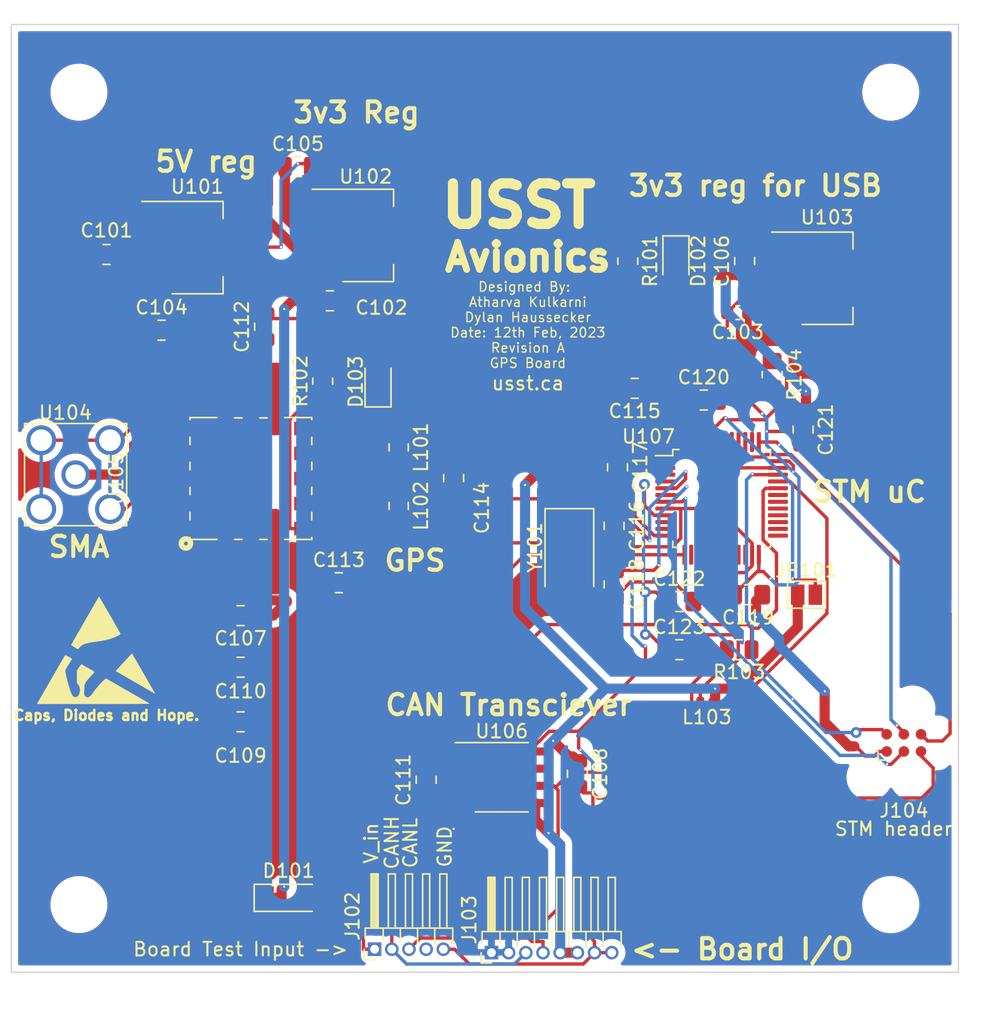
<source format=kicad_pcb>
(kicad_pcb (version 20211014) (generator pcbnew)
  (layers (0 "F.Cu" signal) (31 "B.Cu" signal) (34 "B.Paste" user) (35 "F.Paste" user) (36 "B.SilkS" user "B.Silkscreen") (37 "F.SilkS" user "F.Silkscreen") (38 "B.Mask" user) (39 "F.Mask" user) (44 "Edge.Cuts" user))
  (net 0 "")
  (net 1 "/V_in")
  (net 2 "GND")
  (net 3 "+5V")
  (net 4 "+3.3V")
  (net 5 "+3V3")
  (net 6 "/~{HWR}")
  (net 7 "/STM_RX_GPS_TX")
  (net 8 "/STM_TX_GPS_RX")
  (net 9 "/HSE_OUT")
  (net 10 "/HSE_IN")
  (net 11 "+3.3VA")
  (net 12 "Net-(C115-Pad2)")
  (net 13 "Net-(D102-Pad1)")
  (net 14 "Net-(D103-Pad2)")
  (net 15 "Net-(D101-Pad2)")
  (net 16 "/SWDIO")
  (net 17 "/CANH")
  (net 18 "/CANL")
  (net 20 "/BOOT0")
  (net 21 "/nRESET")
  (net 22 "/SWCLK")
  (net 23 "/FIX")
  (net 24 "/RF_IN")
  (net 25 "/PPS")
  (net 29 "/CAN_TX")
  (net 30 "/CAN_RX")
  (net 31 "/SWO")
  (net 49 "Net-(L101-Pad1)")
  (net 50 "Net-(L102-Pad1)")
  (footprint "Capacitor_SMD:C_0805_2012Metric" (layer "F.Cu") (at 139.446 124.968)
    (fp_text reference "C110")
    (fp_text value "2.2uF")
  )
  (footprint "Capacitor_SMD:C_0805_2012Metric_Pad1.18x1.45mm_HandSolder" (layer "F.Cu") (at 167.0498 118.85 -90)
    (fp_text reference "C118")
    (fp_text value "30p")
  )
  (footprint "Capacitor_SMD:C_0805_2012Metric_Pad1.18x1.45mm_HandSolder" (layer "F.Cu") (at 171.8758 123.676)
    (fp_text reference "C123")
    (fp_text value "100n")
  )
  (footprint "Diode_SMD:D_MiniMELF" (layer "F.Cu") (at 143 142)
    (fp_text reference "D101")
    (fp_text value "BZV55B10")
  )
  (footprint "Jumper:SolderJumper-2_P1.3mm_Open_Pad1.0x1.5mm" (layer "F.Cu") (at 181.2738 119.612)
    (fp_text reference "JP101")
    (fp_text value "SolderJumper_2_Open")
  )
  (footprint "Capacitor_SMD:C_0805_2012Metric_Pad1.18x1.45mm_HandSolder" (layer "F.Cu") (at 171.8758 120.12)
    (fp_text reference "C122")
    (fp_text value "1u")
  )
  (footprint "Capacitor_SMD:C_0805_2012Metric" (layer "F.Cu") (at 139.446 129)
    (fp_text reference "C109")
    (fp_text value "2.2uF")
  )
  (footprint "Package_TO_SOT_SMD:SOT-223" (layer "F.Cu") (at 182.7978 96.244)
    (fp_text reference "U103")
    (fp_text value "AZ1117-3.3")
  )
  (footprint "Capacitor_SMD:C_0805_2012Metric" (layer "F.Cu") (at 129.54 94.488 180)
    (fp_text reference "C101")
    (fp_text value "4.7uF")
  )
  (footprint "Capacitor_SMD:C_0805_2012Metric" (layer "F.Cu") (at 164.338 132.842 -90)
    (fp_text reference "C108")
    (fp_text value "0.1uF")
  )
  (footprint "Inductor_SMD:L_0805_2012Metric_Pad1.15x1.40mm_HandSolder" (layer "F.Cu") (at 151.13 108.736 -90)
    (fp_text reference "L101")
    (fp_text value "47nH")
  )
  (footprint "Package_TO_SOT_SMD:SOT-223" (layer "F.Cu") (at 148.844 93.08)
    (fp_text reference "U102")
    (fp_text value "AZ1117-3.3")
  )
  (footprint "MountingHole:MountingHole_3.2mm_M3" (layer "F.Cu") (at 187.5 142.5)
    (fp_text reference "H3" hide)
    (fp_text value "MountingHole")
  )
  (footprint "Package_QFP:LQFP-48_7x7mm_P0.5mm" (layer "F.Cu") (at 175 112.5)
    (fp_text reference "U107")
    (fp_text value "STM32F103C8T6")
  )
  (footprint "Package_SO:SOIC-8_3.9x4.9mm_P1.27mm" (layer "F.Cu") (at 158.75 133.096)
    (fp_text reference "U106")
    (fp_text value "MCP2562-H-SN")
  )
  (footprint "Capacitor_SMD:C_0805_2012Metric_Pad1.18x1.45mm_HandSolder" (layer "F.Cu") (at 173.6792 105.2356)
    (fp_text reference "C120")
    (fp_text value "100n")
  )
  (footprint "MountingHole:MountingHole_3.2mm_M3" (layer "F.Cu") (at 127.5 142.5)
    (fp_text reference "H2" hide)
    (fp_text value "MountingHole")
  )
  (footprint "Inductor_SMD:L_0402_1005Metric" (layer "F.Cu") (at 173.9078 127.486 180)
    (fp_text reference "L103")
    (fp_text value "27n")
  )
  (footprint "Capacitor_SMD:C_0603_1608Metric" (layer "F.Cu") (at 176.1938 98.784 180)
    (fp_text reference "C103")
    (fp_text value "10uF")
  )
  (footprint "Inductor_SMD:L_0805_2012Metric_Pad1.15x1.40mm_HandSolder" (layer "F.Cu") (at 151.13 113.054 -90)
    (fp_text reference "L102")
    (fp_text value "47nH")
  )
  (footprint "MountingHole:MountingHole_3.2mm_M3" (layer "F.Cu") (at 127.5 82.5)
    (fp_text reference "H1" hide)
    (fp_text value "MountingHole")
  )
  (footprint "Capacitor_SMD:C_0805_2012Metric" (layer "F.Cu") (at 146.7104 118.7272)
    (fp_text reference "C113")
    (fp_text value "22pF")
  )
  (footprint "Capacitor_SMD:C_0805_2012Metric_Pad1.18x1.45mm_HandSolder" (layer "F.Cu") (at 168.5738 104.372 180)
    (fp_text reference "C115")
    (fp_text value "4u7")
  )
  (footprint "Capacitor_SMD:C_0805_2012Metric_Pad1.18x1.45mm_HandSolder" (layer "F.Cu") (at 167.3038 110.214 -90)
    (fp_text reference "C117")
    (fp_text value "100n")
  )
  (footprint "canhw:M10578-A2" (layer "F.Cu") (at 140.208 111.031 90)
    (fp_text reference "U105")
    (fp_text value "M10578-A2")
  )
  (footprint "Resistor_SMD:R_0805_2012Metric_Pad1.20x1.40mm_HandSolder" (layer "F.Cu") (at 145.5166 103.8428 90)
    (fp_text reference "R102")
    (fp_text value "1k")
  )
  (footprint "Crystal:Crystal_SMD_5032-2Pin_5.0x3.2mm" (layer "F.Cu") (at 163.7478 116.31 -90)
    (fp_text reference "Y101")
    (fp_text value "8MHz")
  )
  (footprint "Capacitor_SMD:C_0805_2012Metric" (layer "F.Cu") (at 141.224 99.822 90)
    (fp_text reference "C112")
    (fp_text value "22pF")
  )
  (footprint "Package_TO_SOT_SMD:SOT-223-3_TabPin2" (layer "F.Cu") (at 136.246 93.98)
    (fp_text reference "U101")
    (fp_text value "AP7361C-10E")
  )
  (footprint "MountingHole:MountingHole_3.2mm_M3" (layer "F.Cu") (at 187.5 82.5)
    (fp_text reference "H4" hide)
    (fp_text value "MountingHole")
  )
  (footprint "Connector_PinHeader_1.27mm:PinHeader_1x08_P1.27mm_Horizontal" (layer "F.Cu") (at 157.988 146.05 90)
    (fp_text reference "J103")
    (fp_text value "Conn_01x08_Female")
  )
  (footprint "LED_SMD:LED_0805_2012Metric_Pad1.15x1.40mm_HandSolder" (layer "F.Cu") (at 171.6218 94.974 -90)
    (fp_text reference "D102")
    (fp_text value "GREEN")
  )
  (footprint "Resistor_SMD:R_0805_2012Metric" (layer "F.Cu") (at 168.0658 94.974 -90)
    (fp_text reference "R101")
    (fp_text value "1k5")
  )
  (footprint "Capacitor_SMD:C_0805_2012Metric" (layer "F.Cu") (at 133.604 100.076)
    (fp_text reference "C104")
    (fp_text value "4.7uF")
  )
  (footprint "LED_SMD:LED_0805_2012Metric_Pad1.15x1.40mm_HandSolder" (layer "F.Cu") (at 149.606 103.886 90)
    (fp_text reference "D103")
    (fp_text value "GREEN")
  )
  (footprint "Capacitor_SMD:C_0805_2012Metric_Pad1.18x1.45mm_HandSolder" (layer "F.Cu") (at 181.0198 107.42 -90)
    (fp_text reference "C121")
    (fp_text value "100n")
  )
  (footprint "canhw:connector_SMA_3-1478978-1" (layer "F.Cu") (at 127.254 110.744)
    (fp_text reference "U104")
    (fp_text value "SMA_CONN")
  )
  (footprint "Symbol:ESD-Logo_8.9x8mm_SilkScreen" (layer "F.Cu") (at 128.778 123.698)
    (fp_text reference "REF**" hide)
    (fp_text value "ESD-Logo_8.9x8mm_SilkScreen" hide)
  )
  (footprint "Capacitor_SMD:C_0805_2012Metric" (layer "F.Cu") (at 143.678 88)
    (fp_text reference "C105")
    (fp_text value "22uF")
  )
  (footprint "Capacitor_SMD:C_0805_2012Metric_Pad1.18x1.45mm_HandSolder" (layer "F.Cu") (at 167.0498 114.532 -90)
    (fp_text reference "C116")
    (fp_text value "30p")
  )
  (footprint "Capacitor_SMD:C_0805_2012Metric" (layer "F.Cu") (at 139.446 121.158 180)
    (fp_text reference "C107")
    (fp_text value "22pF")
  )
  (footprint "Connector:Tag-Connect_TC2030-IDC-FP_2x03_P1.27mm_Vertical" (layer "F.Cu") (at 188.468 130.556)
    (fp_text reference "J104")
    (fp_text value "Conn_01x06_Female")
  )
  (footprint "Resistor_SMD:R_0805_2012Metric" (layer "F.Cu") (at 176.2973 123.676 180)
    (fp_text reference "R103")
    (fp_text value "120")
  )
  (footprint "Capacitor_SMD:C_0805_2012Metric" (layer "F.Cu") (at 176.7018 94.974 90)
    (fp_text reference "C106")
    (fp_text value "22uF")
  )
  (footprint "Capacitor_SMD:C_0805_2012Metric" (layer "F.Cu") (at 146.05 97.906)
    (fp_text reference "C102")
    (fp_text value "10uF")
  )
  (footprint "Resistor_SMD:R_0805_2012Metric_Pad1.20x1.40mm_HandSolder" (layer "F.Cu") (at 178.7338 103.356 -90)
    (fp_text reference "R104")
    (fp_text value "10k")
  )
  (footprint "Capacitor_SMD:C_0805_2012Metric" (layer "F.Cu") (at 155.194 110.998 -90)
    (fp_text reference "C114")
    (fp_text value "22pF")
  )
  (footprint "Connector_PinHeader_1.27mm:PinHeader_1x05_P1.27mm_Horizontal" (layer "F.Cu") (at 149.352 145.796 90)
    (fp_text reference "J102")
    (fp_text value "Conn_01x05")
  )
  (footprint "Capacitor_SMD:C_0805_2012Metric_Pad1.18x1.45mm_HandSolder" (layer "F.Cu") (at 176.9558 119.612 180)
    (fp_text reference "C119")
    (fp_text value "100n")
  )
  (footprint "Capacitor_SMD:C_0805_2012Metric" (layer "F.Cu") (at 153.162 133.284 90)
    (fp_text reference "C111")
    (fp_text value "0.1uF")
  )
  (gr_line (start 192.5 77.5) (end 122.5 77.5) (layer "Edge.Cuts") (width 0.1))
  (gr_line (start 122.5 147.5) (end 192.5 147.5) (layer "Edge.Cuts") (width 0.1))
  (gr_line (start 122.5 77.5) (end 122.5 147.5) (layer "Edge.Cuts") (width 0.1))
  (gr_line (start 192.5 147.5) (end 192.5 77.5) (layer "Edge.Cuts") (width 0.1))
  (gr_text "Board Test Input ->\n" (at 139.446 145.796) (layer "F.SilkS") (effects (font (size 1 1))))
  (gr_text "GND" (at 154.5336 138.2184 90) (layer "F.SilkS") (effects (font (size 1 1))))
  (gr_text "Caps, Diodes and Hope." (at 129.54 128.524) (layer "F.SilkS") (effects (font (size 0.75 0.75) (thickness 0.1875))))
  (gr_text "usst.ca" (at 160.6804 104) (layer "F.SilkS") (effects (font (size 1 1))))
  (gr_text "CANL" (at 151.9936 137.9474 90) (layer "F.SilkS") (effects (font (size 1 1))))
  (gr_text "STM uC" (at 185.928 112.014) (layer "F.SilkS") (effects (font (size 1.5 1.5) (thickness 0.3))))
  (gr_text "V_in" (at 149.098 137.9644 90) (layer "F.SilkS") (effects (font (size 1 1))))
  (gr_text "USST" (at 160 90.8812) (layer "F.SilkS") (effects (font (size 3 3) (thickness 0.75))))
  (gr_text "Avionics" (at 160.6804 94.6912) (layer "F.SilkS") (effects (font (size 2 2) (thickness 0.5))))
  (gr_text "CANH" (at 150.622 137.922 90) (layer "F.SilkS") (effects (font (size 1 1))))
  (gr_text "CAN Transciever" (at 159.258 127.762) (layer "F.SilkS") (effects (font (size 1.5 1.5) (thickness 0.3))))
  (gr_text "Designed By: \nAtharva Kulkarni\nDylan Haussecker\nDate: 12th Feb, 2023\nRevision A\nGPS Board" (at 160.6804 99.6912) (layer "F.SilkS") (effects (font (size 0.7 0.7) (thickness 0.1))))
  (gr_text "<- Board I/O" (at 176.53 145.796) (layer "F.SilkS") (effects (font (size 1.5 1.5) (thickness 0.3))))
  (gr_text "SMA\n" (at 127.508 116.078) (layer "F.SilkS") (effects (font (size 1.5 1.5) (thickness 0.3))))
  (gr_text "3v3 reg for USB\n" (at 177.5 89.408) (layer "F.SilkS") (effects (font (size 1.5 1.5) (thickness 0.3))))
  (gr_text "GPS " (at 152.908 117.094) (layer "F.SilkS") (effects (font (size 1.5 1.5) (thickness 0.3))))
  (gr_text "3v3 Reg" (at 148.0058 84) (layer "F.SilkS") (effects (font (size 1.5 1.5) (thickness 0.3))))
  (gr_text "STM header\n" (at 187.706 136.906) (layer "F.SilkS") (effects (font (size 1 1))))
  (gr_text "5V reg\n" (at 136.906 87.63) (layer "F.SilkS") (effects (font (size 1.5 1.5) (thickness 0.3))))
  (segment (start 140.486 91.0034) (end 133.7726 91.0034) (width 0.75) (layer "F.Cu") (net 1))
  (segment (start 127.4806 95.2885) (end 128.0028 95.8107) (width 0.75) (layer "F.Cu") (net 1))
  (segment (start 145.1 97.906) (end 145.1 97.2993) (width 0.75) (layer "F.Cu") (net 1))
  (segment (start 127.4806 93.6708) (end 127.4806 95.2885) (width 0.75) (layer "F.Cu") (net 1))
  (segment (start 143.285 97.906) (end 142.6704 98.5206) (width 0.75) (layer "F.Cu") (net 1))
  (segment (start 145.694 95.38) (end 144.1187 95.38) (width 0.75) (layer "F.Cu") (net 1))
  (segment (start 133.096 91.68) (end 129.4714 91.68) (width 0.75) (layer "F.Cu") (net 1))
  (segment (start 142.6704 141.1728) (end 142.4753 141.3679) (width 0.75) (layer "F.Cu") (net 1))
  (segment (start 144.1187 94.6361) (end 140.486 91.0034) (width 0.75) (layer "F.Cu") (net 1))
  (segment (start 128.0028 95.8107) (end 129.1673 95.8107) (width 0.75) (layer "F.Cu") (net 1))
  (segment (start 141.25 142) (end 142.4753 142) (width 0.75) (layer "F.Cu") (net 1))
  (segment (start 129.4714 91.68) (end 127.4806 93.6708) (width 0.75) (layer "F.Cu") (net 1))
  (segment (start 145.1 97.2993) (end 145.694 96.7053) (width 0.75) (layer "F.Cu") (net 1))
  (segment (start 142.4753 141.3679) (end 142.4753 142) (width 0.75) (layer "F.Cu") (net 1))
  (segment (start 129.1673 95.8107) (end 130.49 94.488) (width 0.75) (layer "F.Cu") (net 1))
  (segment (start 133.7726 91.0034) (end 133.096 91.68) (width 0.75) (layer "F.Cu") (net 1))
  (segment (start 144.1187 95.38) (end 144.1187 94.6361) (width 0.75) (layer "F.Cu") (net 1))
  (segment (start 145.694 95.38) (end 145.694 96.7053) (width 0.75) (layer "F.Cu") (net 1))
  (segment (start 145.1 97.906) (end 143.285 97.906) (width 0.75) (layer "F.Cu") (net 1))
  (via (at 142.6704 141.1728) (size 0.16) (drill 0.8) (layers "F.Cu" "B.Cu") (net 1))
  (via (at 142.6704 98.5206) (size 0.16) (drill 0.8) (layers "F.Cu" "B.Cu") (net 1))
  (segment (start 142.6704 98.5206) (end 142.6704 141.1728) (width 0.75) (layer "B.Cu") (net 1))
  (segment (start 148.4148 118.7272) (end 147.6604 118.7272) (width 0.25) (layer "F.Cu") (net 2))
  (segment (start 135.3213 91.7547) (end 139.396 91.7547) (width 0.25) (layer "F.Cu") (net 2))
  (segment (start 140.473 93.9443) (end 142.4365 93.9443) (width 0.25) (layer "F.Cu") (net 2))
  (segment (start 156.275 132.461) (end 156.919 131.817) (width 0.25) (layer "F.Cu") (net 2))
  (segment (start 144.4569 103.4719) (end 144.4569 99.2209) (width 0.25) (layer "F.Cu") (net 2))
  (segment (start 176.7018 94.024) (end 178.2425 94.024) (width 0.25) (layer "F.Cu") (net 2))
  (segment (start 167.0498 119.8875) (end 168.2641 118.6732) (width 0.25) (layer "F.Cu") (net 2))
  (segment (start 160.599 131.817) (end 161.225 131.191) (width 0.25) (layer "F.Cu") (net 2))
  (segment (start 171.8216 124.7677) (end 172.9133 123.676) (width 0.25) (layer "F.Cu") (net 2))
  (segment (start 144.8278 103.8428) (end 144.4569 103.4719) (width 0.25) (layer "F.Cu") (net 2))
  (segment (start 180.8187 97.3458) (end 176.857 97.3458) (width 0.25) (layer "F.Cu") (net 2))
  (segment (start 165.8618 134.6274) (end 165.4856 134.2512) (width 0.25) (layer "F.Cu") (net 2))
  (segment (start 145.6851 99.2209) (end 147 97.906) (width 0.25) (layer "F.Cu") (net 2))
  (segment (start 155.2573 145.796) (end 156.348 146.8867) (width 0.25) (layer "F.Cu") (net 2))
  (segment (start 134.333 114.731) (end 137.3333 114.731) (width 0.25) (layer "F.Cu") (net 2))
  (segment (start 132.8329 112.881) (end 131.3327 112.881) (width 0.25) (layer "F.Cu") (net 2))
  (segment (start 165.4856 134.2512) (end 165.4856 145.1023) (width 0.25) (layer "F.Cu") (net 2))
  (segment (start 152.1735 108.3054) (end 152.1735 107.1335) (width 0.25) (layer "F.Cu") (net 2))
  (segment (start 190.6346 133.778) (end 189.7852 134.6274) (width 0.25) (layer "F.Cu") (net 2))
  (segment (start 179.6478 93.944) (end 179.6478 95.0193) (width 0.25) (layer "F.Cu") (net 2))
  (segment (start 173.8485 113.25) (end 174.6879 113.25) (width 0.25) (layer "F.Cu") (net 2))
  (segment (start 132.4605 107.331) (end 131.3327 108.4588) (width 0.25) (layer "F.Cu") (net 2))
  (segment (start 178.2425 94.024) (end 178.3225 93.944) (width 0.25) (layer "F.Cu") (net 2))
  (segment (start 168.2641 118.6732) (end 168.3792 118.6732) (width 0.25) (layer "F.Cu") (net 2))
  (segment (start 138.358 115.4058) (end 138.358 113.9057) (width 0.25) (layer "F.Cu") (net 2))
  (segment (start 180.7231 95.0193) (end 180.9732 95.2694) (width 0.25) (layer "F.Cu") (net 2))
  (segment (start 179.1569 110.2444) (end 173.8541 110.2444) (width 0.25) (layer "F.Cu") (net 2))
  (segment (start 156.919 131.817) (end 160.599 131.817) (width 0.25) (layer "F.Cu") (net 2))
  (segment (start 131.3327 114.0088) (end 131.3327 114.731) (width 0.25) (layer "F.Cu") (net 2))
  (segment (start 167.0498 115.5695) (end 166.8339 115.7854) (width 0.25) (layer "F.Cu") (net 2))
  (segment (start 164.338 133.792) (end 164.7972 134.2512) (width 0.25) (layer "F.Cu") (net 2))
  (segment (start 132.4605 112.881) (end 131.3327 114.0088) (width 0.25) (layer "F.Cu") (net 2))
  (segment (start 133.096 93.4423) (end 133.0413 93.3876) (width 0.25) (layer "F.Cu") (net 2))
  (segment (start 138.496 129) (end 138.496 124.968) (width 0.25) (layer "F.Cu") (net 2))
  (segment (start 139.396 98.872) (end 141.224 98.872) (width 0.25) (layer "F.Cu") (net 2))
  (segment (start 171.9777 115.4441) (end 171.9777 113.25) (width 0.25) (layer "F.Cu") (net 2))
  (segment (start 130.9297 113.284) (end 131.3327 112.881) (width 0.25) (layer "F.Cu") (net 2))
  (segment (start 149.951 104.911) (end 149.606 104.911) (width 0.25) (layer "F.Cu") (net 2))
  (segment (start 150.0789 110.3125) (end 150.0789 109.1858) (width 0.25) (layer "F.Cu") (net 2))
  (segment (start 138.358 113.9057) (end 137.6427 113.9057) (width 0.25) (layer "F.Cu") (net 2))
  (segment (start 156.148 132.334) (end 156.275 132.461) (width 0.25) (layer "F.Cu") (net 2))
  (segment (start 139.396 98.872) (end 139.396 93.98) (width 0.25) (layer "F.Cu") (net 2))
  (segment (start 171.9777 113.25) (end 173.8485 113.25) (width 0.25) (layer "F.Cu") (net 2))
  (segment (start 155.194 111.948) (end 154.14 110.894) (width 0.25) (layer "F.Cu") (net 2))
  (segment (start 179.6478 95.0193) (end 180.7231 95.0193) (width 0.25) (layer "F.Cu") (net 2))
  (segment (start 168.0658 95.8865) (end 169.0519 94.9004) (width 0.25) (layer "F.Cu") (net 2))
  (segment (start 179.0978 93.944) (end 178.3225 93.944) (width 0.25) (layer "F.Cu") (net 2))
  (segment (start 145.694 90.78) (end 162.9593 90.78) (width 0.25) (layer "F.Cu") (net 2))
  (segment (start 138.358 115.4058) (end 138.358 116.906) (width 0.25) (layer "F.Cu") (net 2))
  (segment (start 177.25 116.6625) (end 177.25 117.4754) (width 0.25) (layer "F.Cu") (net 2))
  (segment (start 151.7429 108.736) (end 152.1735 108.3054) (width 0.25) (layer "F.Cu") (net 2))
  (segment (start 177.25 117.4754) (end 176.7416 117.9838) (width 0.25) (layer "F.Cu") (net 2))
  (segment (start 189.738 131.5148) (end 190.6346 132.4114) (width 0.25) (layer "F.Cu") (net 2))
  (segment (start 138.358 116.906) (end 138.358 121.02) (width 0.25) (layer "F.Cu") (net 2))
  (segment (start 169.368 124.7677) (end 171.8216 124.7677) (width 0.25) (layer "F.Cu") (net 2))
  (segment (start 169.368 124.7677) (end 169.368 123.4066) (width 0.25) (layer "F.Cu") (net 2))
  (segment (start 134.333 109.181) (end 131.3327 109.181) (width 0.25) (layer "F.Cu") (net 2))
  (segment (start 171.4665 118.6732) (end 172.9133 120.12) (width 0.25) (layer "F.Cu") (net 2))
  (segment (start 153.162 132.334) (end 156.148 132.334) (width 0.25) (layer "F.Cu") (net 2))
  (segment (start 173.8485 110.25) (end 173.8485 113.25) (width 0.25) (layer "F.Cu") (net 2))
  (segment (start 145.694 89.066) (end 145.694 90.78) (width 0.25) (layer "F.Cu") (net 2))
  (segment (start 152.1735 107.1335) (end 149.951 104.911) (width 0.25) (layer "F.Cu") (net 2))
  (segment (start 136.975 101.293) (end 137.3333 101.6513) (width 0.25) (layer "F.Cu") (net 2))
  (segment (start 132.8329 112.881) (end 132.4605 112.881) (width 0.25) (layer "F.Cu") (net 2))
  (segment (start 167.5521 116.0718) (end 171.35 116.0718) (width 0.25) (layer "F.Cu") (net 2))
  (segment (start 161.225 131.191) (end 161.225 130.7368) (width 0.25) (layer "F.Cu") (net 2))
  (segment (start 189.7852 134.6274) (end 165.8618 134.6274) (width 0.25) (layer "F.Cu") (net 2))
  (segment (start 155.194 111.948) (end 148.4148 118.7272) (width 0.25) (layer "F.Cu") (net 2))
  (segment (start 139.396 92.8673) (end 139.396 91.7547) (width 0.25) (layer "F.Cu") (net 2))
  (segment (start 134.333 107.331) (end 137.3333 107.331) (width 0.25) (layer "F.Cu") (net 2))
  (segment (start 130.4597 108.204) (end 131.3327 107.331) (width 0.25) (layer "F.Cu") (net 2))
  (segment (start 170.8375 113.25) (end 171.9777 113.25) (width 0.25) (layer "F.Cu") (net 2))
  (segment (start 150.5287 108.736) (end 151.7429 108.736) (width 0.25) (layer "F.Cu") (net 2))
  (segment (start 164.7713 146.8867) (end 165.608 146.05) (width 0.25) (layer "F.Cu") (net 2))
  (segment (start 131.3327 108.4588) (end 131.3327 109.181) (width 0.25) (layer "F.Cu") (net 2))
  (segment (start 144.4569 99.2209) (end 145.6851 99.2209) (width 0.25) (layer "F.Cu") (net 2))
  (segment (start 134.333 114.731) (end 131.3327 114.731) (width 0.25) (layer "F.Cu") (net 2))
  (segment (start 134.333 112.881) (end 132.8329 112.881) (width 0.25) (layer "F.Cu") (net 2))
  (segment (start 139.396 92.8673) (end 140.473 93.9443) (width 0.25) (layer "F.Cu") (net 2))
  (segment (start 162.2612 129.7006) (end 164.4351 129.7006) (width 0.25) (layer "F.Cu") (net 2))
  (segment (start 167.0498 115.5695) (end 167.5521 116.0718) (width 0.25) (layer "F.Cu") (net 2))
  (segment (start 165.4856 145.1023) (end 165.608 145.2247) (width 0.25) (layer "F.Cu") (net 2))
  (segment (start 169.0519 94.9004) (end 175.8254 94.9004) (width 0.25) (layer "F.Cu") (net 2))
  (segment (start 159.0314 115.7854) (end 155.194 111.948) (width 0.25) (layer "F.Cu") (net 2))
  (segment (start 162.9593 90.78) (end 168.0658 95.8865) (width 0.25) (layer "F.Cu") (net 2))
  (segment (start 179.1625 110.25) (end 179.1569 110.2444) (width 0.25) (layer "F.Cu") (net 2))
  (segment (start 175.0495 117.9838) (end 172.9133 120.12) (width 0.25) (layer "F.Cu") (net 2))
  (segment (start 175.8254 94.9004) (end 176.7018 94.024) (width 0.25) (layer "F.Cu") (net 2))
  (segment (start 134.1713 92.9047) (end 135.3213 91.7547) (width 0.25) (layer "F.Cu") (net 2))
  (segment (start 134.554 100.076) (end 135.758 100.076) (width 0.25) (layer "F.Cu") (net 2))
  (segment (start 141.224 98.872) (end 141.5729 99.2209) (width 0.25) (layer "F.Cu") (net 2))
  (segment (start 136.975 101.293) (end 139.396 98.872) (width 0.25) (layer "F.Cu") (net 2))
  (segment (start 150.0789 109.1858) (end 150.5287 108.736) (width 0.25) (layer "F.Cu") (net 2))
  (segment (start 175.4188 98.784) (end 175.4188 101.041) (width 0.25) (layer "F.Cu") (net 2))
  (segment (start 172.75 109.1515) (end 173.8485 110.25) (width 0.25) (layer "F.Cu") (net 2))
  (segment (start 150.6604 110.894) (end 150.0789 110.3125) (width 0.25) (layer "F.Cu") (net 2))
  (segment (start 137.3333 101.6513) (end 137.3333 107.331) (width 0.25) (layer "F.Cu") (net 2))
  (segment (start 143.678 87.7776) (end 144.4056 87.7776) (width 0.25) (layer "F.Cu") (net 2))
  (segment (start 180.9732 95.2694) (end 180.9732 97.1913) (width 0.25) (layer "F.Cu") (net 2))
  (segment (start 148.5378 103.8428) (end 144.8278 103.8428) (width 0.25) (layer "F.Cu") (net 2))
  (segment (start 173.8541 110.2444) (end 173.8485 110.25) (width 0.25) (layer "F.Cu") (net 2))
  (segment (start 168.3792 118.4311) (end 168.3792 118.6732) (width 0.25) (layer "F.Cu") (net 2))
  (segment (start 164.4351 130.9333) (end 164.5673 131.0655) (width 0.25) (layer "F.Cu") (net 2))
  (segment (start 144.628 88) (end 145.694 89.066) (width 0.25) (layer "F.Cu") (net 2))
  (segment (start 133.0413 93.3876) (end 129.6904 93.3876) (width 0.25) (layer "F.Cu") (net 2))
  (segment (start 156.348 146.8867) (end 164.7713 146.8867) (width 0.25) (layer "F.Cu") (net 2))
  (segment (start 132.8329 107.331) (end 132.4605 107.331) (width 0.25) (layer "F.Cu") (net 2))
  (segment (start 176.7416 117.9838) (end 175.0495 117.9838) (width 0.25) (layer "F.Cu") (net 2))
  (segment (start 149.606 104.911) (end 148.5378 103.8428) (width 0.25) (layer "F.Cu") (net 2))
  (segment (start 129.6904 93.3876) (end 128.59 94.488) (width 0.25) (layer "F.Cu") (net 2))
  (segment (start 133.096 92.9047) (end 134.1713 92.9047) (width 0.25) (layer "F.Cu") (net 2))
  (segment (start 133.096 93.4423) (end 133.096 92.9047) (width 0.25) (layer "F.Cu") (net 2))
  (segment (start 129.794 108.204) (end 130.4597 108.204) (width 0.25) (layer "F.Cu") (net 2))
  (segment (start 138.496 121.158) (end 138.496 124.968) (width 0.25) (layer "F.Cu") (net 2))
  (segment (start 164.4351 129.7006) (end 164.4351 130.9333) (width 0.25) (layer "F.Cu") (net 2))
  (segment (start 164.7972 134.2512) (end 165.4856 134.2512) (width 0.25) (layer "F.Cu") (net 2))
  (segment (start 175.4188 101.041) (end 178.7338 104.356) (width 0.25) (layer "F.Cu") (net 2))
  (segment (start 138.358 121.02) (end 138.496 121.158) (width 0.25) (layer "F.Cu") (net 2))
  (segment (start 164.4351 129.7006) (end 169.368 124.7677) (width 0.25) (layer "F.Cu") (net 2))
  (segment (start 190.6346 132.4114) (end 190.6346 133.778) (width 0.25) (layer "F.Cu") (net 2))
  (segment (start 124.714 108.204) (end 129.794 108.204) (width 0.25) (layer "F.Cu") (net 2))
  (segment (start 166.8339 115.7854) (end 159.0314 115.7854) (width 0.25) (layer "F.Cu") (net 2))
  (segment (start 165.608 146.05) (end 165.608 145.2247) (width 0.25) (layer "F.Cu") (net 2))
  (segment (start 189.738 131.191) (end 189.738 131.5148) (width 0.25) (layer "F.Cu") (net 2))
  (segment (start 141.5729 99.2209) (end 144.4569 99.2209) (width 0.25) (layer "F.Cu") (net 2))
  (segment (start 168.3792 118.6732) (end 171.4665 118.6732) (width 0.25) (layer "F.Cu") (net 2))
  (segment (start 129.794 113.284) (end 130.9297 113.284) (width 0.25) (layer "F.Cu") (net 2))
  (segment (start 133.096 93.98) (end 133.096 93.4423) (width 0.25) (layer "F.Cu") (net 2))
  (segment (start 154.14 110.894) (end 150.6604 110.894) (width 0.25) (layer "F.Cu") (net 2))
  (segment (start 135.758 100.076) (end 136.975 101.293) (width 0.25) (layer "F.Cu") (net 2))
  (segment (start 161.225 130.7368) (end 162.2612 129.7006) (width 0.25) (layer "F.Cu") (net 2))
  (segment (start 139.396 93.98) (end 139.396 92.8673) (width 0.25) (layer "F.Cu") (net 2))
  (segment (start 174.6879 113.25) (end 177.25 115.8121) (width 0.25) (layer "F.Cu") (net 2))
  (segment (start 172.75 108.3375) (end 172.75 109.1515) (width 0.25) (layer "F.Cu") (net 2))
  (segment (start 180.9732 97.1913) (end 180.8187 97.3458) (width 0.25) (layer "F.Cu") (net 2))
  (segment (start 176.857 97.3458) (end 175.4188 98.784) (width 0.25) (layer "F.Cu") (net 2))
  (segment (start 134.333 107.331) (end 132.8329 107.331) (width 0.25) (layer "F.Cu") (net 2))
  (segment (start 137.3333 114.2151) (end 137.3333 114.731) (width 0.25) (layer "F.Cu") (net 2))
  (segment (start 166.878 146.05) (end 165.608 146.05) (width 0.25) (layer "F.Cu") (net 2))
  (segment (start 137.6427 113.9057) (end 137.3333 114.2151) (width 0.25) (layer "F.Cu") (net 2))
  (segment (start 171.35 116.0718) (end 171.9777 115.4441) (width 0.25) (layer "F.Cu") (net 2))
  (segment (start 144.4056 87.7776) (end 144.628 88) (width 0.25) (layer "F.Cu") (net 2))
  (segment (start 132.8329 107.331) (end 131.3327 107.331) (width 0.25) (layer "F.Cu") (net 2))
  (segment (start 154.432 145.796) (end 155.2573 145.796) (width 0.25) (layer "F.Cu") (net 2))
  (segment (start 179.0978 93.944) (end 179.6478 93.944) (width 0.25) (layer "F.Cu") (net 2))
  (segment (start 177.25 115.8121) (end 177.25 116.6625) (width 0.25) (layer "F.Cu") (net 2))
  (via (at 143.678 87.7776) (size 0.16) (drill 0.8) (layers "F.Cu" "B.Cu") (net 2))
  (via (at 165.4856 134.2512) (size 0.16) (drill 0.8) (layers "F.Cu" "B.Cu") (net 2))
  (via (at 168.3792 118.4311) (size 0.16) (drill 0.8) (layers "F.Cu" "B.Cu") (net 2))
  (via (at 142.4365 93.9443) (size 0.16) (drill 0.8) (layers "F.Cu" "B.Cu") (net 2))
  (via (at 164.5673 131.0655) (size 0.16) (drill 0.8) (layers "F.Cu" "B.Cu") (net 2))
  (via (at 169.368 123.4066) (size 0.16) (drill 0.8) (layers "F.Cu" "B.Cu") (net 2))
  (segment (start 142.4365 93.9443) (end 142.4365 89.0191) (width 0.25) (layer "B.Cu") (net 2))
  (segment (start 164.5673 131.0655) (end 165.4856 131.9838) (width 0.25) (layer "B.Cu") (net 2))
  (segment (start 168.3792 122.6229) (end 168.3792 118.4311) (width 0.25) (layer "B.Cu") (net 2))
  (segment (start 142.4365 89.0191) (end 143.678 87.7776) (width 0.25) (layer "B.Cu") (net 2))
  (segment (start 124.714 108.204) (end 124.714 113.284) (width 0.25) (layer "B.Cu") (net 2))
  (segment (start 165.4856 131.9838) (end 165.4856 134.2512) (width 0.25) (layer "B.Cu") (net 2))
  (segment (start 169.1629 123.4066) (end 168.3792 122.6229) (width 0.25) (layer "B.Cu") (net 2))
  (segment (start 129.794 108.204) (end 129.794 113.284) (width 0.25) (layer "B.Cu") (net 2))
  (segment (start 169.368 123.4066) (end 169.1629 123.4066) (width 0.25) (layer "B.Cu") (net 2))
  (segment (start 154.554 134.234) (end 155.772 134.234) (width 0.25) (layer "F.Cu") (net 3))
  (segment (start 153.162 134.234) (end 154.554 134.234) (width 0.25) (layer "F.Cu") (net 3))
  (segment (start 155.772 134.234) (end 156.275 133.731) (width 0.25) (layer "F.Cu") (net 3))
  (segment (start 154.554 136.266) (end 155.194 136.906) (width 0.25) (layer "F.Cu") (net 3))
  (segment (start 154.554 134.234) (end 154.554 136.266) (width 0.25) (layer "F.Cu") (net 3))
  (via (at 155.194 136.906) (size 0.16) (drill 0.8) (layers "F.Cu" "B.Cu") (net 3))
  (segment (start 157.988 139.7) (end 157.988 146.05) (width 0.25) (layer "B.Cu") (net 3))
  (segment (start 155.194 136.906) (end 157.988 139.7) (width 0.25) (layer "B.Cu") (net 3))
  (segment (start 179.6478 96.244) (end 178.0725 96.244) (width 0.75) (layer "F.Cu") (net 4))
  (segment (start 174.5199 127.3589) (end 174.3928 127.486) (width 0.75) (layer "F.Cu") (net 4))
  (segment (start 171.6218 95.999) (end 175.3008 95.999) (width 0.75) (layer "F.Cu") (net 4))
  (segment (start 182.626 126.746) (end 182.614066 126.757934) (width 0.75) (layer "F.Cu") (net 4))
  (segment (start 166.3681 108.5354) (end 163.4422 108.5354) (width 0.75) (layer "F.Cu") (net 4))
  (segment (start 176.7018 95.924) (end 177.7525 95.924) (width 0.75) (layer "F.Cu") (net 4))
  (segment (start 182.614066 129.020066) (end 184.404 130.81) (width 0.75) (layer "F.Cu") (net 4))
  (segment (start 166.3681 103.5588) (end 166.8563 103.0706) (width 0.75) (layer "F.Cu") (net 4))
  (segment (start 145.694 93.08) (end 147.2759 93.08) (width 0.75) (layer "F.Cu") (net 4))
  (segment (start 174.5199 126.5487) (end 174.5199 127.3589) (width 0.75) (layer "F.Cu") (net 4))
  (segment (start 170.5924 97.0284) (end 171.6218 95.999) (width 0.75) (layer "F.Cu") (net 4))
  (segment (start 177.7525 95.924) (end 178.0725 96.244) (width 0.75) (layer "F.Cu") (net 4))
  (segment (start 164.0104 131.5644) (end 164.0104 131.5643) (width 0.75) (layer "F.Cu") (net 4))
  (segment (start 161.225 135.001) (end 161.225 136.23) (width 0.75) (layer "F.Cu") (net 4))
  (segment (start 186.298676 131.533549) (end 186.641225 131.191) (width 0.25) (layer "F.Cu") (net 4))
  (segment (start 181.2336 106.1687) (end 181.2336 104.5872) (width 0.75) (layer "F.Cu") (net 4))
  (segment (start 166.8563 103.0706) (end 169.6113 103.0706) (width 0.75) (layer "F.Cu") (net 4))
  (segment (start 179.2528 123.3712) (end 180.6238 122.0002) (width 0.75) (layer "F.Cu") (net 4))
  (segment (start 169.6113 104.372) (end 171.7781 104.372) (width 0.75) (layer "F.Cu") (net 4))
  (segment (start 142.728 91.6893) (end 144.1187 93.08) (width 0.75) (layer "F.Cu") (net 4))
  (segment (start 175.3008 96.6768) (end 175.3008 95.999) (width 0.75) (layer "F.Cu") (net 4))
  (segment (start 163.7147 131.5643) (end 162.5513 130.4009) (width 0.75) (layer "F.Cu") (net 4))
  (segment (start 184.912 130.81) (end 185.635549 131.533549) (width 0.25) (layer "F.Cu") (net 4))
  (segment (start 164.338 131.892) (end 164.0104 131.5644) (width 0.75) (layer "F.Cu") (net 4))
  (segment (start 166.6627 108.5354) (end 166.3681 108.5354) (width 0.75) (layer "F.Cu") (net 4))
  (segment (start 179.2528 123.3712) (end 179.2528 123.5218) (width 0.75) (layer "F.Cu") (net 4))
  (segment (start 171.7781 104.372) (end 172.6417 105.2356) (width 0.75) (layer "F.Cu") (net 4))
  (segment (start 176.2259 126.5487) (end 174.5199 126.5487) (width 0.75) (layer "F.Cu") (net 4))
  (segment (start 184.808199 130.81) (end 184.912 130.81) (width 0.25) (layer "F.Cu") (net 4))
  (segment (start 169.6113 97.0284) (end 170.5924 97.0284) (width 0.75) (layer "F.Cu") (net 4))
  (segment (start 176.6268 95.999) (end 176.7018 95.924) (width 0.75) (layer "F.Cu") (net 4))
  (segment (start 164.338 146.05) (end 163.068 146.05) (width 0.75) (layer "F.Cu") (net 4))
  (segment (start 182.614066 126.757934) (end 182.614066 129.020066) (width 0.75) (layer "F.Cu") (net 4))
  (segment (start 166.3681 108.5354) (end 166.3681 103.5588) (width 0.75) (layer "F.Cu") (net 4))
  (segment (start 177.5419 120.0634) (end 177.5419 121.2617) (width 0.75) (layer "F.Cu") (net 4))
  (segment (start 180.6238 122.0002) (end 180.6238 119.612) (width 0.75) (layer "F.Cu") (net 4))
  (segment (start 184.404 130.81) (end 184.808199 130.81) (width 0.75) (layer "F.Cu") (net 4))
  (segment (start 163.4422 108.5354) (end 160.4688 111.5088) (width 0.75) (layer "F.Cu") (net 4))
  (segment (start 142.728 88) (end 142.728 91.6893) (width 0.75) (layer "F.Cu") (net 4))
  (segment (start 181.0198 106.3825) (end 181.2336 106.1687) (width 0.75) (layer "F.Cu") (net 4))
  (segment (start 147.2759 93.08) (end 151.2243 97.0284) (width 0.75) (layer "F.Cu") (net 4))
  (segment (start 167.3038 109.1765) (end 166.6627 108.5354) (width 0.75) (layer "F.Cu") (net 4))
  (segment (start 161.225 136.23) (end 162.2126 137.2176) (width 0.75) (layer "F.Cu") (net 4))
  (segment (start 144.9064 93.08) (end 145.694 93.08) (width 0.75) (layer "F.Cu") (net 4))
  (segment (start 144.9064 93.08) (end 144.1187 93.08) (width 0.75) (layer "F.Cu") (net 4))
  (segment (start 179.2528 123.5218) (end 176.2259 126.5487) (width 0.75) (layer "F.Cu") (net 4))
  (segment (start 169.6113 103.0706) (end 169.6113 104.372) (width 0.75) (layer "F.Cu") (net 4))
  (segment (start 185.635549 131.533549) (end 186.298676 131.533549) (width 0.25) (layer "F.Cu") (net 4))
  (segment (start 186.641225 131.191) (end 187.198 131.191) (width 0.25) (layer "F.Cu") (net 4))
  (segment (start 151.2243 97.0284) (end 169.6113 97.0284) (width 0.75) (layer "F.Cu") (net 4))
  (segment (start 177.9933 119.612) (end 177.5419 120.0634) (width 0.75) (layer "F.Cu") (net 4))
  (segment (start 175.3008 95.999) (end 176.6268 95.999) (width 0.75) (layer "F.Cu") (net 4))
  (segment (start 169.6113 97.0284) (end 169.6113 103.0706) (width 0.75) (layer "F.Cu") (net 4))
  (segment (start 164.0104 131.5643) (end 163.7147 131.5643) (width 0.75) (layer "F.Cu") (net 4))
  (via (at 175.3008 96.6768) (size 0.16) (drill 0.8) (layers "F.Cu" "B.Cu") (net 4))
  (via (at 174.5199 126.5487) (size 0.16) (drill 0.8) (layers "F.Cu" "B.Cu") (net 4))
  (via (at 182.626 126.746) (size 0.16) (drill 0.8) (layers "F.Cu" "B.Cu") (net 4))
  (via (at 162.5513 130.4009) (size 0.16) (drill 0.8) (layers "F.Cu" "B.Cu") (net 4))
  (via (at 181.2336 104.5872) (size 0.16) (drill 0.8) (layers "F.Cu" "B.Cu") (net 4))
  (via (at 177.5419 121.2617) (size 0.16) (drill 0.8) (layers "F.Cu" "B.Cu") (net 4))
  (via (at 162.2126 137.2176) (size 0.16) (drill 0.8) (layers "F.Cu" "B.Cu") (net 4))
  (via (at 160.4688 111.5088) (size 0.16) (drill 0.8) (layers "F.Cu" "B.Cu") (net 4))
  (segment (start 177.5419 121.2617) (end 177.6511 121.2617) (width 0.75) (layer "B.Cu") (net 4))
  (segment (start 177.6511 121.2617) (end 179.2528 122.8634) (width 0.75) (layer "B.Cu") (net 4))
  (segment (start 174.5199 126.5487) (end 166.4035 126.5487) (width 0.75) (layer "B.Cu") (net 4))
  (segment (start 179.2528 123.3728) (end 182.626 126.746) (width 0.75) (layer "B.Cu") (net 4))
  (segment (start 175.3008 98.6544) (end 175.3008 96.6768) (width 0.75) (layer "B.Cu") (net 4))
  (segment (start 160.4688 120.614) (end 166.4035 126.5487) (width 0.75) (layer "B.Cu") (net 4))
  (segment (start 162.2126 137.2176) (end 163.068 138.073) (width 0.75) (layer "B.Cu") (net 4))
  (segment (start 166.4035 126.5487) (end 162.5513 130.4009) (width 0.75) (layer "B.Cu") (net 4))
  (segment (start 181.2336 104.5872) (end 175.3008 98.6544) (width 0.75) (layer "B.Cu") (net 4))
  (segment (start 160.4688 111.5088) (end 160.4688 120.614) (width 0.75) (layer "B.Cu") (net 4))
  (segment (start 162.5513 130.4009) (end 162.2126 130.7396) (width 0.75) (layer "B.Cu") (net 4))
  (segment (start 162.2126 130.7396) (end 162.2126 137.2176) (width 0.75) (layer "B.Cu") (net 4))
  (segment (start 163.068 138.073) (end 163.068 146.05) (width 0.75) (layer "B.Cu") (net 4))
  (segment (start 179.2528 122.8634) (end 179.2528 123.3728) (width 0.75) (layer "B.Cu") (net 4))
  (segment (start 142.8578 120.1563) (end 141.8561 121.158) (width 0.75) (layer "F.Cu") (net 5))
  (segment (start 140.208 120.1563) (end 141.1557 120.1563) (width 0.75) (layer "F.Cu") (net 5))
  (segment (start 140.208 115.6511) (end 140.208 113.6557) (width 0.75) (layer "F.Cu") (net 5))
  (segment (start 141.2833 120.0286) (end 142.8309 120.0286) (width 0.75) (layer "F.Cu") (net 5))
  (segment (start 140.396 121.158) (end 140.396 124.968) (width 0.75) (layer "F.Cu") (net 5))
  (segment (start 141.2833 120.0287) (end 141.2833 120.0286) (width 0.75) (layer "F.Cu") (net 5))
  (segment (start 141.8561 121.158) (end 140.396 121.158) (width 0.75) (layer "F.Cu") (net 5))
  (segment (start 140.396 129) (end 140.396 124.968) (width 0.75) (layer "F.Cu") (net 5))
  (segment (start 140.208 116.906) (end 140.208 120.1563) (width 0.75) (layer "F.Cu") (net 5))
  (segment (start 142.058 116.906) (end 142.058 113.6557) (width 0.75) (layer "F.Cu") (net 5))
  (segment (start 140.208 115.6511) (end 140.208 116.906) (width 0.75) (layer "F.Cu") (net 5))
  (segment (start 140.208 113.6557) (end 142.058 113.6557) (width 0.75) (layer "F.Cu") (net 5))
  (segment (start 142.8578 120.0555) (end 142.8578 120.1563) (width 0.75) (layer "F.Cu") (net 5))
  (segment (start 141.1557 120.1563) (end 141.2833 120.0287) (width 0.75) (layer "F.Cu") (net 5))
  (segment (start 142.8309 120.0286) (end 142.8578 120.0555) (width 0.75) (layer "F.Cu") (net 5))
  (segment (start 141.224 100.772) (end 140.208 101.788) (width 0.25) (layer "F.Cu") (net 6))
  (segment (start 140.208 101.788) (end 140.208 105.156) (width 0.25) (layer "F.Cu") (net 6))
  (segment (start 160.4617 116.6625) (end 172.25 116.6625) (width 0.25) (layer "F.Cu") (net 7))
  (segment (start 157.2829 119.8413) (end 160.4617 116.6625) (width 0.25) (layer "F.Cu") (net 7))
  (segment (start 150.4086 114.079) (end 145.7604 118.7272) (width 0.25) (layer "F.Cu") (net 7))
  (segment (start 145.7604 118.7272) (end 146.8745 119.8413) (width 0.25) (layer "F.Cu") (net 7))
  (segment (start 151.13 114.079) (end 150.4086 114.079) (width 0.25) (layer "F.Cu") (net 7))
  (segment (start 146.8745 119.8413) (end 157.2829 119.8413) (width 0.25) (layer "F.Cu") (net 7))
  (segment (start 170.0239 115.25) (end 168.5935 113.8196) (width 0.25) (layer "F.Cu") (net 8))
  (segment (start 168.5935 113.3674) (end 167.7584 112.5323) (width 0.25) (layer "F.Cu") (net 8))
  (segment (start 168.5935 113.8196) (end 168.5935 113.3674) (width 0.25) (layer "F.Cu") (net 8))
  (segment (start 151.417 110.048) (end 151.13 109.761) (width 0.25) (layer "F.Cu") (net 8))
  (segment (start 170.8375 115.25) (end 170.0239 115.25) (width 0.25) (layer "F.Cu") (net 8))
  (segment (start 155.194 110.048) (end 151.417 110.048) (width 0.25) (layer "F.Cu") (net 8))
  (segment (start 157.6783 112.5323) (end 155.194 110.048) (width 0.25) (layer "F.Cu") (net 8))
  (segment (start 167.7584 112.5323) (end 157.6783 112.5323) (width 0.25) (layer "F.Cu") (net 8))
  (segment (start 172.3343 111.072) (end 172.3343 110.52) (width 0.25) (layer "F.Cu") (net 9))
  (segment (start 172.3343 110.52) (end 172.3344 110.52) (width 0.25) (layer "F.Cu") (net 9))
  (segment (start 167.5604 113.4945) (end 167.0498 113.4945) (width 0.25) (layer "F.Cu") (net 9))
  (segment (start 163.7478 114.46) (end 166.0843 114.46) (width 0.25) (layer "F.Cu") (net 9))
  (segment (start 170.8375 111.75) (end 171.6563 111.75) (width 0.25) (layer "F.Cu") (net 9))
  (segment (start 171.6563 111.75) (end 172.3343 111.072) (width 0.25) (layer "F.Cu") (net 9))
  (segment (start 169.6777 115.6118) (end 167.5604 113.4945) (width 0.25) (layer "F.Cu") (net 9))
  (segment (start 166.0843 114.46) (end 167.0498 113.4945) (width 0.25) (layer "F.Cu") (net 9))
  (via (at 169.6777 115.6118) (size 0.16) (drill 0.8) (layers "F.Cu" "B.Cu") (net 9))
  (via (at 172.3344 110.52) (size 0.16) (drill 0.8) (layers "F.Cu" "B.Cu") (net 9))
  (segment (start 172.3344 110.52) (end 169.6777 113.1767) (width 0.25) (layer "B.Cu") (net 9))
  (segment (start 169.6777 113.1767) (end 169.6777 115.6118) (width 0.25) (layer "B.Cu") (net 9))
  (segment (start 172.4118 111.6409) (end 171.8027 112.25) (width 0.25) (layer "F.Cu") (net 10))
  (segment (start 171.8027 112.25) (end 170.8375 112.25) (width 0.25) (layer "F.Cu") (net 10))
  (segment (start 169.9859 117.8125) (end 170.3568 117.4416) (width 0.25) (layer "F.Cu") (net 10))
  (segment (start 166.7023 118.16) (end 167.0498 117.8125) (width 0.25) (layer "F.Cu") (net 10))
  (segment (start 163.7478 118.16) (end 166.7023 118.16) (width 0.25) (layer "F.Cu") (net 10))
  (segment (start 167.0498 117.8125) (end 169.9859 117.8125) (width 0.25) (layer "F.Cu") (net 10))
  (via (at 172.4118 111.6409) (size 0.16) (drill 0.8) (layers "F.Cu" "B.Cu") (net 10))
  (via (at 170.3568 117.4416) (size 0.16) (drill 0.8) (layers "F.Cu" "B.Cu") (net 10))
  (segment (start 170.3568 117.4416) (end 170.3568 113.6959) (width 0.25) (layer "B.Cu") (net 10))
  (segment (start 170.3568 113.6959) (end 172.4118 111.6409) (width 0.25) (layer "B.Cu") (net 10))
  (segment (start 175.1314 125.4916) (end 174.5866 125.4916) (width 0.25) (layer "F.Cu") (net 11))
  (segment (start 169.2937 113.0202) (end 169.2937 111.4621) (width 0.25) (layer "F.Cu") (net 11))
  (segment (start 175.823 122.5743) (end 176.2288 122.9801) (width 0.25) (layer "F.Cu") (net 11))
  (segment (start 170.1375 119.4192) (end 170.8383 120.12) (width 0.25) (layer "F.Cu") (net 11))
  (segment (start 176.2288 122.9801) (end 176.2288 124.3942) (width 0.25) (layer "F.Cu") (net 11))
  (segment (start 170.8375 113.75) (end 170.0235 113.75) (width 0.25) (layer "F.Cu") (net 11))
  (segment (start 169.368 119.4192) (end 170.1375 119.4192) (width 0.25) (layer "F.Cu") (net 11))
  (segment (start 171.94 122.5743) (end 175.823 122.5743) (width 0.25) (layer "F.Cu") (net 11))
  (segment (start 170.8383 123.676) (end 171.94 122.5743) (width 0.25) (layer "F.Cu") (net 11))
  (segment (start 174.5866 125.4916) (end 173.4228 126.6554) (width 0.25) (layer "F.Cu") (net 11))
  (segment (start 170.0235 113.75) (end 169.2937 113.0202) (width 0.25) (layer "F.Cu") (net 11))
  (segment (start 169.7067 122.5444) (end 170.8383 123.676) (width 0.25) (layer "F.Cu") (net 11))
  (segment (start 176.2288 124.3942) (end 175.1314 125.4916) (width 0.25) (layer "F.Cu") (net 11))
  (segment (start 173.4228 126.6554) (end 173.4228 127.486) (width 0.25) (layer "F.Cu") (net 11))
  (segment (start 169.368 122.5444) (end 169.7067 122.5444) (width 0.25) (layer "F.Cu") (net 11))
  (via (at 169.368 119.4192) (size 0.8) (drill 0.4) (layers "F.Cu" "B.Cu") (net 11))
  (via (at 169.2937 111.4621) (size 0.8) (drill 0.4) (layers "F.Cu" "B.Cu") (net 11))
  (via (at 169.368 122.5444) (size 0.8) (drill 0.4) (layers "F.Cu" "B.Cu") (net 11))
  (segment (start 169.2274 119.2786) (end 169.368 119.4192) (width 0.25) (layer "B.Cu") (net 11))
  (segment (start 169.368 119.4192) (end 169.368 122.5444) (width 0.25) (layer "B.Cu") (net 11))
  (segment (start 169.2937 111.4621) (end 169.2274 111.5284) (width 0.25) (layer "B.Cu") (net 11))
  (segment (start 169.2274 111.5284) (end 169.2274 119.2786) (width 0.25) (layer "B.Cu") (net 11))
  (segment (start 177.75 117.9051) (end 178.0826 117.9051) (width 0.25) (layer "F.Cu") (net 12))
  (segment (start 168.8053 109.75) (end 167.3038 111.2515) (width 0.25) (layer "F.Cu") (net 12))
  (segment (start 179.9665 109.75) (end 180.2977 110.0812) (width 0.25) (layer "F.Cu") (net 12))
  (segment (start 177.75 116.6625) (end 177.75 117.9051) (width 0.25) (layer "F.Cu") (net 12))
  (segment (start 172.2305 107.3474) (end 174.3423 105.2356) (width 0.25) (layer "F.Cu") (net 12))
  (segment (start 167.5363 104.372) (end 170.5117 107.3474) (width 0.25) (layer "F.Cu") (net 12))
  (segment (start 175.9183 119.612) (end 177.6252 117.9051) (width 0.25) (layer "F.Cu") (net 12))
  (segment (start 180.1159 107.5536) (end 181.0198 108.4575) (width 0.25) (layer "F.Cu") (net 12))
  (segment (start 177.6252 117.9051) (end 177.75 117.9051) (width 0.25) (layer "F.Cu") (net 12))
  (segment (start 174.3423 105.2356) (end 174.7167 105.2356) (width 0.25) (layer "F.Cu") (net 12))
  (segment (start 180.2977 110.0812) (end 180.2977 110.5421) (width 0.25) (layer "F.Cu") (net 12))
  (segment (start 170.5117 107.3474) (end 172.2305 107.3474) (width 0.25) (layer "F.Cu") (net 12))
  (segment (start 172.2305 108.318) (end 172.2305 107.3474) (width 0.25) (layer "F.Cu") (net 12))
  (segment (start 178.331 107.5536) (end 180.1159 107.5536) (width 0.25) (layer "F.Cu") (net 12))
  (segment (start 178.0826 117.9051) (end 178.603 118.4255) (width 0.25) (layer "F.Cu") (net 12))
  (segment (start 179.1625 109.75) (end 179.9665 109.75) (width 0.25) (layer "F.Cu") (net 12))
  (segment (start 170.8375 109.75) (end 168.8053 109.75) (width 0.25) (layer "F.Cu") (net 12))
  (segment (start 174.7167 105.2356) (end 176.984 105.2356) (width 0.25) (layer "F.Cu") (net 12))
  (segment (start 176.984 105.2356) (end 177.9905 106.2421) (width 0.25) (layer "F.Cu") (net 12))
  (segment (start 172.25 108.3375) (end 172.2305 108.318) (width 0.25) (layer "F.Cu") (net 12))
  (segment (start 172.25 108.3375) (end 170.8375 109.75) (width 0.25) (layer "F.Cu") (net 12))
  (via (at 180.2977 110.5421) (size 0.16) (drill 0.8) (layers "F.Cu" "B.Cu") (net 12))
  (via (at 178.603 118.4255) (size 0.16) (drill 0.8) (layers "F.Cu" "B.Cu") (net 12))
  (via (at 178.331 107.5536) (size 0.16) (drill 0.8) (layers "F.Cu" "B.Cu") (net 12))
  (via (at 177.9905 106.2421) (size 0.16) (drill 0.8) (layers "F.Cu" "B.Cu") (net 12))
  (segment (start 180.7112 118.5696) (end 180.7112 110.9556) (width 0.25) (layer "B.Cu") (net 12))
  (segment (start 177.9905 106.2421) (end 178.331 106.5826) (width 0.25) (layer "B.Cu") (net 12))
  (segment (start 178.331 108.5754) (end 178.331 107.5536) (width 0.25) (layer "B.Cu") (net 12))
  (segment (start 179.065 118.8875) (end 180.3933 118.8875) (width 0.25) (layer "B.Cu") (net 12))
  (segment (start 178.603 118.4255) (end 179.065 118.8875) (width 0.25) (layer "B.Cu") (net 12))
  (segment (start 180.7112 110.9556) (end 180.2977 110.5421) (width 0.25) (layer "B.Cu") (net 12))
  (segment (start 180.3933 118.8875) (end 180.7112 118.5696) (width 0.25) (layer "B.Cu") (net 12))
  (segment (start 180.2977 110.5421) (end 178.331 108.5754) (width 0.25) (layer "B.Cu") (net 12))
  (segment (start 178.331 106.5826) (end 178.331 107.5536) (width 0.25) (layer "B.Cu") (net 12))
  (segment (start 168.0658 94.0615) (end 171.5093 94.0615) (width 0.25) (layer "F.Cu") (net 13))
  (segment (start 171.5093 94.0615) (end 171.6218 93.949) (width 0.25) (layer "F.Cu") (net 13))
  (segment (start 149.606 102.861) (end 145.5348 102.861) (width 0.25) (layer "F.Cu") (net 14))
  (segment (start 145.5348 102.861) (end 145.5166 102.8428) (width 0.25) (layer "F.Cu") (net 14))
  (segment (start 144.75 142) (end 145.7253 142) (width 0.25) (layer "F.Cu") (net 15))
  (segment (start 148.5267 144.8014) (end 145.7253 142) (width 0.25) (layer "F.Cu") (net 15))
  (segment (start 149.352 145.796) (end 148.5267 145.796) (width 0.25) (layer "F.Cu") (net 15))
  (segment (start 148.5267 145.796) (end 148.5267 144.8014) (width 0.25) (layer "F.Cu") (net 15))
  (segment (start 185.152488 129.578451) (end 186.855451 129.578451) (width 0.25) (layer "F.Cu") (net 16))
  (segment (start 186.855451 129.578451) (end 187.198 129.921) (width 0.25) (layer "F.Cu") (net 16))
  (segment (start 177.3337 110.75) (end 177.2784 110.6947) (width 0.25) (layer "F.Cu") (net 16))
  (segment (start 184.936939 129.794) (end 185.152488 129.578451) (width 0.25) (layer "F.Cu") (net 16))
  (segment (start 179.1625 110.75) (end 177.3337 110.75) (width 0.25) (layer "F.Cu") (net 16))
  (via (at 177.2784 110.6947) (size 0.16) (drill 0.8) (layers "F.Cu" "B.Cu") (net 16))
  (via (at 180.2448 127.3296) (size 0.16) (drill 0.8) (layers "F.Cu" "B.Cu") (net 16))
  (via (at 184.936939 129.794) (size 0.8) (drill 0.4) (layers "F.Cu" "B.Cu") (net 16))
  (segment (start 180.2448 127.3296) (end 182.7092 129.794) (width 0.25) (layer "B.Cu") (net 16))
  (segment (start 176.8416 111.1315) (end 176.8416 121.5518) (width 0.25) (layer "B.Cu") (net 16))
  (segment (start 176.8416 121.5518) (end 177.2783 121.9885) (width 0.25) (layer "B.Cu") (net 16))
  (segment (start 177.2784 124.3632) (end 180.2448 127.3296) (width 0.25) (layer "B.Cu") (net 16))
  (segment (start 177.2784 110.6947) (end 176.8416 111.1315) (width 0.25) (layer "B.Cu") (net 16))
  (segment (start 177.2784 121.9885) (end 177.2784 124.3632) (width 0.25) (layer "B.Cu") (net 16))
  (segment (start 177.2783 121.9885) (end 177.2784 121.9885) (width 0.25) (layer "B.Cu") (net 16))
  (segment (start 182.7092 129.794) (end 184.936939 129.794) (width 0.25) (layer "B.Cu") (net 16))
  (segment (start 152.0751 132.8241) (end 152.4193 133.1683) (width 0.25) (layer "F.Cu") (net 17))
  (segment (start 177.7103 122.0838) (end 179.0533 120.7408) (width 0.25) (layer "F.Cu") (net 17))
  (segment (start 177.2098 123.676) (end 177.2098 122.0838) (width 0.25) (layer "F.Cu") (net 17))
  (segment (start 179.0533 120.7408) (end 179.0533 116.5533) (width 0.25) (layer "F.Cu") (net 17))
  (segment (start 178.0654 115.5654) (end 178.0654 111.9437) (width 0.25) (layer "F.Cu") (net 17))
  (segment (start 152.4193 133.1683) (end 154.3033 133.1683) (width 0.25) (layer "F.Cu") (net 17))
  (segment (start 177.2098 122.0838) (end 176.9451 121.8191) (width 0.25) (layer "F.Cu") (net 17))
  (segment (start 178.2591 111.75) (end 179.1625 111.75) (width 0.25) (layer "F.Cu") (net 17))
  (segment (start 162.0716 121.8191) (end 152.0751 131.8156) (width 0.25) (layer "F.Cu") (net 17))
  (segment (start 177.2098 122.0838) (end 177.7103 122.0838) (width 0.25) (layer "F.Cu") (net 17))
  (segment (start 160.8441 132.461) (end 160.2001 133.105) (width 0.25) (layer "F.Cu") (net 17))
  (segment (start 179.0533 116.5533) (end 178.0654 115.5654) (width 0.25) (layer "F.Cu") (net 17))
  (segment (start 154.3033 133.1683) (end 154.3666 133.105) (width 0.25) (layer "F.Cu") (net 17))
  (segment (start 154.3666 133.105) (end 160.2001 133.105) (width 0.25) (layer "F.Cu") (net 17))
  (segment (start 161.225 132.461) (end 160.8441 132.461) (width 0.25) (layer "F.Cu") (net 17))
  (segment (start 150.622 142.6831) (end 150.622 145.796) (width 0.25) (layer "F.Cu") (net 17))
  (segment (start 178.0654 111.9437) (end 178.2591 111.75) (width 0.25) (layer "F.Cu") (net 17))
  (segment (start 152.0751 131.8156) (end 152.0751 132.8241) (width 0.25) (layer "F.Cu") (net 17))
  (segment (start 160.2001 133.105) (end 150.622 142.6831) (width 0.25) (layer "F.Cu") (net 17))
  (segment (start 176.9451 121.8191) (end 162.0716 121.8191) (width 0.25) (layer "F.Cu") (net 17))
  (segment (start 150.622 145.796) (end 151.7127 146.8867) (width 0.25) (layer "B.Cu") (net 17))
  (segment (start 151.7127 146.8867) (end 159.6913 146.8867) (width 0.25) (layer "B.Cu") (net 17))
  (segment (start 159.6913 146.8867) (end 160.528 146.05) (width 0.25) (layer "B.Cu") (net 17))
  (segment (start 182.7794 120.9908) (end 175.5539 128.2163) (width 0.25) (layer "F.Cu") (net 18))
  (segment (start 163.8468 132.7184) (end 162.7162 133.849) (width 0.25) (layer "F.Cu") (net 18))
  (segment (start 168.2829 132.7184) (end 163.8468 132.7184) (width 0.25) (layer "F.Cu") (net 18))
  (segment (start 160.9727 145.2247) (end 161.798 145.2247) (width 0.25) (layer "F.Cu") (net 18))
  (segment (start 151.892 145.796) (end 152.7194 144.9686) (width 0.25) (layer "F.Cu") (net 18))
  (segment (start 162.9129 142.7723) (end 162.9129 134.0457) (width 0.25) (layer "F.Cu") (net 18))
  (segment (start 162.5982 133.731) (end 161.225 133.731) (width 0.25) (layer "F.Cu") (net 18))
  (segment (start 182.7794 113.9845) (end 182.7794 120.9908) (width 0.25) (layer "F.Cu") (net 18))
  (segment (start 172.785 128.2163) (end 168.2829 132.7184) (width 0.25) (layer "F.Cu") (net 18))
  (segment (start 175.5539 128.2163) (end 172.785 128.2163) (width 0.25) (layer "F.Cu") (net 18))
  (segment (start 161.798 146.05) (end 161.798 145.2247) (width 0.25) (layer "F.Cu") (net 18))
  (segment (start 180.0449 111.25) (end 182.7794 113.9845) (width 0.25) (layer "F.Cu") (net 18))
  (segment (start 162.9129 134.0457) (end 162.7162 133.849) (width 0.25) (layer "F.Cu") (net 18))
  (segment (start 152.7194 144.9686) (end 160.7166 144.9686) (width 0.25) (layer "F.Cu") (net 18))
  (segment (start 160.7166 144.9686) (end 160.9727 145.2247) (width 0.25) (layer "F.Cu") (net 18))
  (segment (start 172.785 126.2758) (end 172.785 128.2163) (width 0.25) (layer "F.Cu") (net 18))
  (segment (start 179.1625 111.25) (end 180.0449 111.25) (width 0.25) (layer "F.Cu") (net 18))
  (segment (start 160.7166 144.9686) (end 162.9129 142.7723) (width 0.25) (layer "F.Cu") (net 18))
  (segment (start 162.7162 133.849) (end 162.5982 133.731) (width 0.25) (layer "F.Cu") (net 18))
  (segment (start 175.3848 123.676) (end 172.785 126.2758) (width 0.25) (layer "F.Cu") (net 18))
  (segment (start 179.8074 105.0621) (end 179.8074 103.4296) (width 0.25) (layer "F.Cu") (net 20))
  (segment (start 180.3825 118.5367) (end 180.2448 118.399) (width 0.25) (layer "F.Cu") (net 20))
  (segment (start 174.25 107.5113) (end 175.1965 106.5648) (width 0.25) (layer "F.Cu") (net 20))
  (segment (start 179.8074 103.4296) (end 178.7338 102.356) (width 0.25) (layer "F.Cu") (net 20))
  (segment (start 175.4284 106.6924) (end 178.1771 106.6924) (width 0.25) (layer "F.Cu") (net 20))
  (segment (start 175.1965 106.5648) (end 175.3008 106.5648) (width 0.25) (layer "F.Cu") (net 20))
  (segment (start 174.25 108.3375) (end 174.25 107.5113) (width 0.25) (layer "F.Cu") (net 20))
  (segment (start 181.9238 118.5367) (end 180.3825 118.5367) (width 0.25) (layer "F.Cu") (net 20))
  (segment (start 175.3008 106.5648) (end 175.4284 106.6924) (width 0.25) (layer "F.Cu") (net 20))
  (segment (start 181.9238 119.612) (end 181.9238 118.5367) (width 0.25) (layer "F.Cu") (net 20))
  (segment (start 178.1771 106.6924) (end 179.8074 105.0621) (width 0.25) (layer "F.Cu") (net 20))
  (via (at 175.3008 106.5648) (size 0.16) (drill 0.8) (layers "F.Cu" "B.Cu") (net 20))
  (via (at 180.2448 118.399) (size 0.16) (drill 0.8) (layers "F.Cu" "B.Cu") (net 20))
  (segment (start 180.2448 118.399) (end 180.2448 111.5088) (width 0.25) (layer "B.Cu") (net 20))
  (segment (start 180.2448 111.5088) (end 175.3008 106.5648) (width 0.25) (layer "B.Cu") (net 20))
  (segment (start 170.8375 112.75) (end 172.082 112.75) (width 0.25) (layer "F.Cu") (net 21))
  (segment (start 187.5228 132.1362) (end 188.468 131.191) (width 0.25) (layer "F.Cu") (net 21))
  (segment (start 172.082 112.75) (end 172.3344 112.4976) (width 0.25) (layer "F.Cu") (net 21))
  (segment (start 187.2218 132.1362) (end 187.5228 132.1362) (width 0.25) (layer "F.Cu") (net 21))
  (via (at 187.2218 132.1362) (size 0.16) (drill 0.8) (layers "F.Cu" "B.Cu") (net 21))
  (via (at 172.3344 112.4976) (size 0.16) (drill 0.8) (layers "F.Cu" "B.Cu") (net 21))
  (segment (start 183.741 131.4799) (end 186.5655 131.4799) (width 0.25) (layer "B.Cu") (net 21))
  (segment (start 172.3344 112.4976) (end 172.3344 120.0733) (width 0.25) (layer "B.Cu") (net 21))
  (segment (start 186.5655 131.4799) (end 187.2218 132.1362) (width 0.25) (layer "B.Cu") (net 21))
  (segment (start 172.3344 120.0733) (end 183.741 131.4799) (width 0.25) (layer "B.Cu") (net 21))
  (segment (start 177.75 108.3375) (end 179.0511 108.3375) (width 0.25) (layer "F.Cu") (net 22))
  (segment (start 188.468 129.7916) (end 188.468 129.921) (width 0.25) (layer "F.Cu") (net 22))
  (segment (start 187.9435 129.2671) (end 188.468 129.7916) (width 0.25) (layer "F.Cu") (net 22))
  (segment (start 179.0511 108.3375) (end 179.256 108.5424) (width 0.25) (layer "F.Cu") (net 22))
  (via (at 179.256 108.5424) (size 0.16) (drill 0.8) (layers "F.Cu" "B.Cu") (net 22))
  (via (at 187.9435 129.2671) (size 0.16) (drill 0.8) (layers "F.Cu" "B.Cu") (net 22))
  (segment (start 179.256 108.5424) (end 187.5155 116.8019) (width 0.25) (layer "B.Cu") (net 22))
  (segment (start 187.5155 116.8019) (end 187.5155 128.8391) (width 0.25) (layer "B.Cu") (net 22))
  (segment (start 187.5155 128.8391) (end 187.9435 129.2671) (width 0.25) (layer "B.Cu") (net 22))
  (segment (start 146.083 114.731) (end 143.0827 114.731) (width 0.25) (layer "F.Cu") (net 23))
  (segment (start 144.908 104.8428) (end 143.0827 106.6681) (width 0.25) (layer "F.Cu") (net 23))
  (segment (start 145.5166 104.8428) (end 144.908 104.8428) (width 0.25) (layer "F.Cu") (net 23))
  (segment (start 143.0827 106.6681) (end 143.0827 114.731) (width 0.25) (layer "F.Cu") (net 23))
  (segment (start 130.7957 110.744) (end 131.0827 111.031) (width 0.75) (layer "F.Cu") (net 24))
  (segment (start 134.333 111.031) (end 131.0827 111.031) (width 0.75) (layer "F.Cu") (net 24))
  (segment (start 127.254 110.744) (end 130.7957 110.744) (width 0.75) (layer "F.Cu") (net 24))
  (segment (start 189.738 129.921) (end 190.2327 130.4157) (width 0.25) (layer "F.Cu") (net 31))
  (segment (start 177.0228 109.4445) (end 176.75 109.1717) (width 0.25) (layer "F.Cu") (net 31))
  (segment (start 191.8832 121.0298) (end 180.1193 109.2659) (width 0.25) (layer "F.Cu") (net 31))
  (segment (start 191.3171 130.4157) (end 191.8832 129.8496) (width 0.25) (layer "F.Cu") (net 31))
  (segment (start 176.75 109.1717) (end 176.75 108.3375) (width 0.25) (layer "F.Cu") (net 31))
  (segment (start 180.1193 109.2659) (end 178.2341 109.2659) (width 0.25) (layer "F.Cu") (net 31))
  (segment (start 178.2341 109.2659) (end 178.0555 109.4445) (width 0.25) (layer "F.Cu") (net 31))
  (segment (start 190.2327 130.4157) (end 191.3171 130.4157) (width 0.25) (layer "F.Cu") (net 31))
  (segment (start 178.0555 109.4445) (end 177.0228 109.4445) (width 0.25) (layer "F.Cu") (net 31))
  (segment (start 191.8832 129.8496) (end 191.8832 121.0298) (width 0.25) (layer "F.Cu") (net 31))
  (segment (start 146.083 107.331) (end 150.75 107.331) (width 0.25) (layer "F.Cu") (net 49))
  (segment (start 150.75 107.331) (end 151.13 107.711) (width 0.25) (layer "F.Cu") (net 49))
  (segment (start 146.083 109.181) (end 149.0833 109.181) (width 0.25) (layer "F.Cu") (net 50))
  (segment (start 149.0833 109.9823) (end 151.13 112.029) (width 0.25) (layer "F.Cu") (net 50))
  (segment (start 149.0833 109.181) (end 149.0833 109.9823) (width 0.25) (layer "F.Cu") (net 50))
  (zone (net 3) (net_name "+5V") (layer "F.Cu") (connect_pads (clearance 0.508)) (min_thickness 0.254) (fill yes (thermal_gap 0.508) (thermal_bridge_width 0.508))
    (polygon (pts (xy 193.802 150.114) (xy 121.666 150.114) (xy 121.666 75.692) (xy 193.802 75.692)))
  )
  (zone (net 3) (net_name "+5V") (layer "B.Cu") (connect_pads (clearance 0.508)) (min_thickness 0.254) (fill yes (thermal_gap 0.508) (thermal_bridge_width 0.508))
    (polygon (pts (xy 193.802 150.114) (xy 121.666 150.114) (xy 121.666 75.692) (xy 193.802 75.692)))
  )
)
</source>
